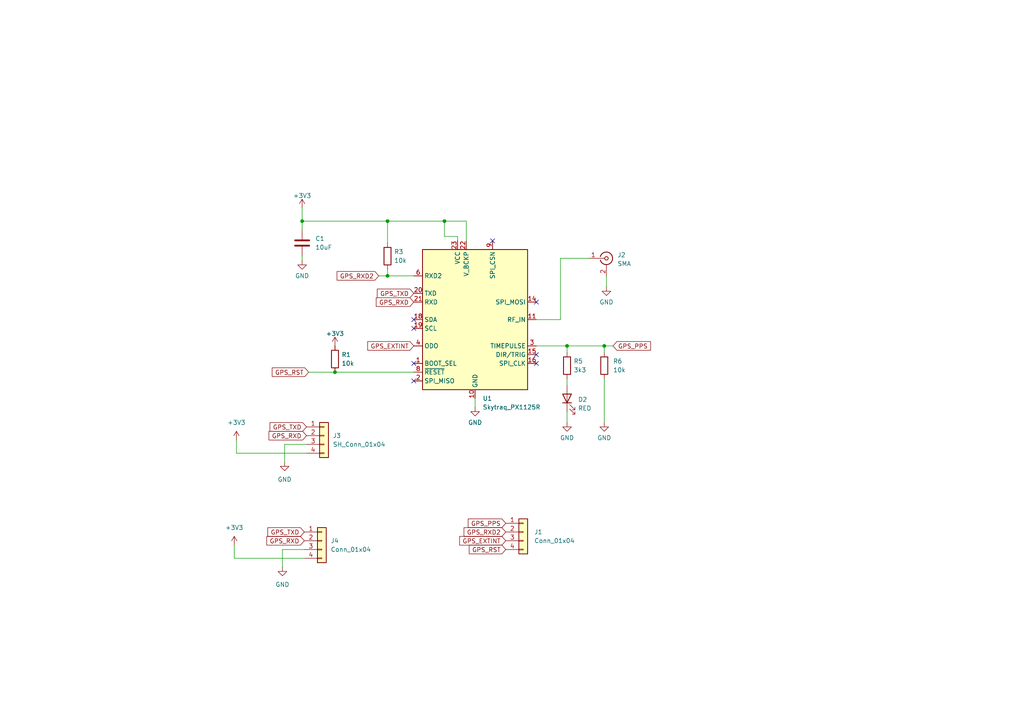
<source format=kicad_sch>
(kicad_sch (version 20231120) (generator "eeschema") (generator_version "8.0")
  (paper "A4")
  (lib_symbols
    (symbol "Connector:Conn_Coaxial" (pin_names (offset 1.016) hide)
      (property "Reference" "J" (at 0.254 3.048 0))
      (property "Value" "Conn_Coaxial" (at 2.921 0 90))
      (symbol "Conn_Coaxial_0_1"
        (arc (start -1.778 -0.508) (mid 0.2311 -1.8066) (end 1.778 0) (stroke (width 0.254)))
        (polyline (pts (xy -2.54 0) (xy -0.508 0)))
        (polyline (pts (xy 0 -2.54) (xy 0 -1.778)))
        (circle (center 0 0) (radius 0.508) (stroke (width 0.2032)))
        (arc (start 1.778 0) (mid 0.2099 1.8101) (end -1.778 0.508) (stroke (width 0.254)))
      )
      (symbol "Conn_Coaxial_1_1"
        (pin passive line (at -5.08 0 0) (length 2.54) (name "In") (number "1"))
        (pin passive line (at 0 -5.08 90) (length 2.54) (name "Ext") (number "2"))
      )
    )
    (symbol "Connector_Generic:Conn_01x04" (pin_names (offset 1.016) hide)
      (property "Reference" "J" (at 0 5.08 0))
      (property "Value" "Conn_01x04" (at 0 -7.62 0))
      (symbol "Conn_01x04_1_1"
        (rectangle (start -1.27 -4.953) (end 0 -5.207) (stroke (width 0.1524)))
        (rectangle (start -1.27 -2.413) (end 0 -2.667) (stroke (width 0.1524)))
        (rectangle (start -1.27 0.127) (end 0 -0.127) (stroke (width 0.1524)))
        (rectangle (start -1.27 2.667) (end 0 2.413) (stroke (width 0.1524)))
        (rectangle (start -1.27 3.81) (end 1.27 -6.35) (stroke (width 0.254)) (fill (type background)))
        (pin passive line (at -5.08 2.54 0) (length 3.81) (name "Pin_1") (number "1"))
        (pin passive line (at -5.08 0 0) (length 3.81) (name "Pin_2") (number "2"))
        (pin passive line (at -5.08 -2.54 0) (length 3.81) (name "Pin_3") (number "3"))
        (pin passive line (at -5.08 -5.08 0) (length 3.81) (name "Pin_4") (number "4"))
      )
    )
    (symbol "Device:C" (pin_numbers hide) (pin_names (offset 0.254))
      (property "Reference" "C" (at 0.635 2.54 0))
      (property "Value" "C" (at 0.635 -2.54 0))
      (symbol "C_0_1"
        (polyline (pts (xy -2.032 -0.762) (xy 2.032 -0.762)) (stroke (width 0.508)))
        (polyline (pts (xy -2.032 0.762) (xy 2.032 0.762)) (stroke (width 0.508)))
      )
      (symbol "C_1_1"
        (pin passive line (at 0 3.81 270) (length 2.794) (name "~") (number "1"))
        (pin passive line (at 0 -3.81 90) (length 2.794) (name "~") (number "2"))
      )
    )
    (symbol "Device:LED" (pin_numbers hide) (pin_names (offset 1.016) hide)
      (property "Reference" "D" (at 0 2.54 0))
      (property "Value" "LED" (at 0 -2.54 0))
      (symbol "LED_0_1"
        (polyline (pts (xy -1.27 -1.27) (xy -1.27 1.27)) (stroke (width 0.254)))
        (polyline (pts (xy -1.27 0) (xy 1.27 0)))
        (polyline (pts (xy 1.27 -1.27) (xy 1.27 1.27) (xy -1.27 0) (xy 1.27 -1.27)) (stroke (width 0.254)))
        (polyline (pts (xy -3.048 -0.762) (xy -4.572 -2.286) (xy -3.81 -2.286) (xy -4.572 -2.286) (xy -4.572 -1.524)))
        (polyline (pts (xy -1.778 -0.762) (xy -3.302 -2.286) (xy -2.54 -2.286) (xy -3.302 -2.286) (xy -3.302 -1.524)))
      )
      (symbol "LED_1_1"
        (pin passive line (at -3.81 0 0) (length 2.54) (name "K") (number "1"))
        (pin passive line (at 3.81 0 180) (length 2.54) (name "A") (number "2"))
      )
    )
    (symbol "Device:R" (pin_numbers hide) (pin_names (offset 0))
      (property "Reference" "R" (at 2.032 0 90))
      (property "Value" "R" (at 0 0 90))
      (symbol "R_0_1"
        (rectangle (start -1.016 -2.54) (end 1.016 2.54) (stroke (width 0.254)))
      )
      (symbol "R_1_1"
        (pin passive line (at 0 3.81 270) (length 1.27) (name "~") (number "1"))
        (pin passive line (at 0 -3.81 90) (length 1.27) (name "~") (number "2"))
      )
    )
    (symbol "MySymbols:Skytraq_PX1125R"
      (property "Reference" "U" (at -13.97 21.59 0))
      (property "Value" "Skytraq_PX1125R" (at -0.254 2.032 0))
      (symbol "Skytraq_PX1125R_0_1"
        (rectangle (start -15.24 20.32) (end 15.24 -20.32) (stroke (width 0.254)) (fill (type background)))
      )
      (symbol "Skytraq_PX1125R_1_1"
        (pin input line (at -17.78 -12.7 0) (length 2.54) (name "BOOT_SEL") (number "1"))
        (pin power_in line (at 0 -22.86 90) (length 2.54) (name "GND") (number "10"))
        (pin input line (at 17.78 0 180) (length 2.54) (name "RF_IN") (number "11"))
        (pin passive line (at 0 -22.86 90) (length 2.54) hide (name "GND") (number "12"))
        (pin passive line (at 0 -22.86 90) (length 2.54) hide (name "GND") (number "13"))
        (pin input line (at 17.78 5.08 180) (length 2.54) (name "SPI_MOSI") (number "14"))
        (pin bidirectional line (at 17.78 -10.16 180) (length 2.54) (name "DIR/TRIG") (number "15"))
        (pin input line (at 17.78 -12.7 180) (length 2.54) (name "SPI_CLK") (number "16"))
        (pin no_connect line (at 17.78 -17.78 180) (length 2.54) hide (name "RESERVED") (number "17"))
        (pin bidirectional line (at -17.78 0 0) (length 2.54) (name "SDA") (number "18"))
        (pin input line (at -17.78 -2.54 0) (length 2.54) (name "SCL") (number "19"))
        (pin output line (at -17.78 -17.78 0) (length 2.54) (name "SPI_MISO") (number "2"))
        (pin output line (at -17.78 7.62 0) (length 2.54) (name "TXD") (number "20"))
        (pin input line (at -17.78 5.08 0) (length 2.54) (name "RXD") (number "21"))
        (pin power_in line (at -2.54 22.86 270) (length 2.54) (name "V_BCKP") (number "22"))
        (pin power_in line (at -5.08 22.86 270) (length 2.54) (name "VCC") (number "23"))
        (pin passive line (at 0 -22.86 90) (length 2.54) hide (name "GND") (number "24"))
        (pin output line (at 17.78 -7.62 180) (length 2.54) (name "TIMEPULSE") (number "3"))
        (pin input line (at -17.78 -7.62 0) (length 2.54) (name "ODO") (number "4"))
        (pin no_connect line (at -17.78 15.24 0) (length 2.54) hide (name "NC") (number "5"))
        (pin input line (at -17.78 12.7 0) (length 2.54) (name "RXD2") (number "6"))
        (pin no_connect line (at 0 22.86 270) (length 2.54) hide (name "NC") (number "7"))
        (pin input line (at -17.78 -15.24 0) (length 2.54) (name "~{RESET}") (number "8"))
        (pin input line (at 5.08 22.86 270) (length 2.54) (name "SPI_CSN") (number "9"))
      )
    )
    (symbol "power:+3V3" (power) (pin_names (offset 0))
      (property "Value" "+3V3" (at 0 3.556 0))
      (symbol "+3V3_0_1"
        (polyline (pts (xy -0.762 1.27) (xy 0 2.54)))
        (polyline (pts (xy 0 0) (xy 0 2.54)))
        (polyline (pts (xy 0 2.54) (xy 0.762 1.27)))
      )
      (symbol "+3V3_1_1"
        (pin power_in line (at 0 0 90) (length 0) hide (name "+3V3") (number "1"))
      )
    )
    (symbol "power:GND" (power) (pin_names (offset 0))
      (property "Value" "GND" (at 0 -3.81 0))
      (symbol "GND_0_1"
        (polyline (pts (xy 0 0) (xy 0 -1.27) (xy 1.27 -1.27) (xy 0 -2.54) (xy -1.27 -1.27) (xy 0 -1.27)))
      )
      (symbol "GND_1_1"
        (pin power_in line (at 0 0 270) (length 0) hide (name "GND") (number "1"))
      )
    )
  )
  (junction (at 128.905 64.135))
  (junction (at 112.395 64.135))
  (junction (at 87.63 64.135))
  (junction (at 175.26 100.33))
  (junction (at 112.395 80.01))
  (junction (at 97.155 107.95))
  (junction (at 164.465 100.33))
  (no_connect (at 120.015 92.71))
  (no_connect (at 142.875 69.85))
  (no_connect (at 120.015 110.49))
  (no_connect (at 155.575 87.63))
  (no_connect (at 120.015 105.41))
  (no_connect (at 155.575 102.87))
  (no_connect (at 155.575 105.41))
  (no_connect (at 120.015 95.25))
  (wire (pts (xy 112.395 80.01) (xy 120.015 80.01)))
  (wire (pts (xy 87.63 64.135) (xy 87.63 66.675)))
  (wire (pts (xy 162.56 92.71) (xy 155.575 92.71)))
  (wire (pts (xy 162.56 74.93) (xy 162.56 92.71)))
  (wire (pts (xy 137.795 118.11) (xy 137.795 115.57)))
  (wire (pts (xy 164.465 109.855) (xy 164.465 111.76)))
  (wire (pts (xy 87.63 64.135) (xy 112.395 64.135)))
  (wire (pts (xy 175.26 100.33) (xy 175.26 102.235)))
  (wire (pts (xy 82.55 128.905) (xy 88.9 128.905)))
  (wire (pts (xy 128.905 68.58) (xy 132.715 68.58)))
  (wire (pts (xy 82.55 133.985) (xy 82.55 128.905)))
  (wire (pts (xy 87.63 60.325) (xy 87.63 64.135)))
  (wire (pts (xy 132.715 68.58) (xy 132.715 69.85)))
  (wire (pts (xy 81.915 164.465) (xy 81.915 159.385)))
  (wire (pts (xy 68.58 131.445) (xy 88.9 131.445)))
  (wire (pts (xy 68.58 127.635) (xy 68.58 131.445)))
  (wire (pts (xy 175.26 122.555) (xy 175.26 109.855)))
  (wire (pts (xy 164.465 119.38) (xy 164.465 122.555)))
  (wire (pts (xy 67.945 158.115) (xy 67.945 161.925)))
  (wire (pts (xy 164.465 100.33) (xy 164.465 102.235)))
  (wire (pts (xy 109.855 80.01) (xy 112.395 80.01)))
  (wire (pts (xy 135.255 64.135) (xy 135.255 69.85)))
  (wire (pts (xy 128.905 64.135) (xy 135.255 64.135)))
  (wire (pts (xy 175.26 100.33) (xy 164.465 100.33)))
  (wire (pts (xy 155.575 100.33) (xy 164.465 100.33)))
  (wire (pts (xy 175.895 83.185) (xy 175.895 80.01)))
  (wire (pts (xy 89.535 107.95) (xy 97.155 107.95)))
  (wire (pts (xy 112.395 64.135) (xy 112.395 70.485)))
  (wire (pts (xy 162.56 74.93) (xy 170.815 74.93)))
  (wire (pts (xy 87.63 74.295) (xy 87.63 75.565)))
  (wire (pts (xy 128.905 64.135) (xy 128.905 68.58)))
  (wire (pts (xy 67.945 161.925) (xy 88.265 161.925)))
  (wire (pts (xy 112.395 78.105) (xy 112.395 80.01)))
  (wire (pts (xy 97.155 107.95) (xy 120.015 107.95)))
  (wire (pts (xy 112.395 64.135) (xy 128.905 64.135)))
  (wire (pts (xy 177.8 100.33) (xy 175.26 100.33)))
  (wire (pts (xy 81.915 159.385) (xy 88.265 159.385)))
  (global_label "GPS_TXD" (shape input) (at 88.265 154.305 180) (property "Intersheetrefs" "${INTERSHEET_REFS}" (effects (hide yes))))
  (global_label "GPS_PPS" (shape input) (at 146.685 151.765 180) (property "Intersheetrefs" "${INTERSHEET_REFS}" (effects (hide yes))))
  (global_label "GPS_RST" (shape input) (at 146.685 159.385 180) (property "Intersheetrefs" "${INTERSHEET_REFS}" (effects (hide yes))))
  (global_label "GPS_RXD2" (shape input) (at 146.685 154.305 180) (property "Intersheetrefs" "${INTERSHEET_REFS}" (effects (hide yes))))
  (global_label "GPS_RXD" (shape input) (at 88.265 156.845 180) (property "Intersheetrefs" "${INTERSHEET_REFS}" (effects (hide yes))))
  (global_label "GPS_TXD" (shape input) (at 120.015 85.09 180) (property "Intersheetrefs" "${INTERSHEET_REFS}" (effects (hide yes))))
  (global_label "GPS_RXD" (shape input) (at 88.9 126.365 180) (property "Intersheetrefs" "${INTERSHEET_REFS}" (effects (hide yes))))
  (global_label "GPS_EXTINT" (shape input) (at 120.015 100.33 180) (property "Intersheetrefs" "${INTERSHEET_REFS}" (effects (hide yes))))
  (global_label "GPS_RXD" (shape input) (at 120.015 87.63 180) (property "Intersheetrefs" "${INTERSHEET_REFS}" (effects (hide yes))))
  (global_label "GPS_EXTINT" (shape input) (at 146.685 156.845 180) (property "Intersheetrefs" "${INTERSHEET_REFS}" (effects (hide yes))))
  (global_label "GPS_RXD2" (shape input) (at 109.855 80.01 180) (property "Intersheetrefs" "${INTERSHEET_REFS}" (effects (hide yes))))
  (global_label "GPS_RST" (shape input) (at 89.535 107.95 180) (property "Intersheetrefs" "${INTERSHEET_REFS}" (effects (hide yes))))
  (global_label "GPS_TXD" (shape input) (at 88.9 123.825 180) (property "Intersheetrefs" "${INTERSHEET_REFS}" (effects (hide yes))))
  (global_label "GPS_PPS" (shape input) (at 177.8 100.33 0) (property "Intersheetrefs" "${INTERSHEET_REFS}" (effects (hide yes))))
  (symbol (lib_id "power:GND") (at 175.895 83.185 0) (unit 1)
    (property "Reference" "#PWR011" (effects (hide yes)))
    (property "Value" "GND" (at 175.895 87.63 0))
  )
  (symbol (lib_id "Device:R") (at 97.155 104.14 180) (unit 1)
    (property "Reference" "R1" (at 99.06 102.8699 0) (effects (justify right)))
    (property "Value" "10k" (at 99.06 105.4099 0) (effects (justify right)))
    (property "Footprint" "Resistor_SMD:R_0805_2012Metric_Pad1.20x1.40mm_HandSolder" (effects (hide yes)))
  )
  (symbol (lib_id "Connector:Conn_Coaxial") (at 175.895 74.93 0) (unit 1)
    (property "Reference" "J2" (at 179.07 73.9531 0) (effects (justify left)))
    (property "Value" "SMA" (at 179.07 76.4931 0) (effects (justify left)))
    (property "Footprint" "Connector_Coaxial:SMA_Amphenol_901-143_Horizontal" (effects (hide yes)))
    (property "Datasheet" " ~" (effects (hide yes)))
  )
  (symbol (lib_id "power:+3V3") (at 87.63 60.325 0) (unit 1)
    (property "Reference" "#PWR02" (effects (hide yes)))
    (property "Value" "+3V3" (at 87.63 56.769 0))
  )
  (symbol (lib_id "power:GND") (at 137.795 118.11 0) (unit 1)
    (property "Reference" "#PWR07" (effects (hide yes)))
    (property "Value" "GND" (at 137.795 122.555 0))
  )
  (symbol (lib_id "power:GND") (at 175.26 122.555 0) (unit 1)
    (property "Reference" "#PWR010" (effects (hide yes)))
    (property "Value" "GND" (at 175.26 127 0))
  )
  (symbol (lib_id "Connector_Generic:Conn_01x04") (at 151.765 154.305 0) (unit 1)
    (property "Reference" "J1" (at 154.94 154.3049 0) (effects (justify left)))
    (property "Value" "Conn_01x04" (at 154.94 156.8449 0) (effects (justify left)))
    (property "Footprint" "Connector_PinHeader_2.54mm:PinHeader_1x04_P2.54mm_Vertical" (effects (hide yes)))
    (property "Description" "Generic connector, single row, 01x04, script generated (kicad-library-utils/schlib/autogen/connector/)" (effects (hide yes)))
  )
  (symbol (lib_id "power:GND") (at 87.63 75.565 0) (unit 1)
    (property "Reference" "#PWR03" (effects (hide yes)))
    (property "Value" "GND" (at 87.63 80.01 0))
  )
  (symbol (lib_id "power:GND") (at 82.55 133.985 0) (unit 1)
    (property "Reference" "#PWR012" (effects (hide yes)))
    (property "Value" "GND" (at 82.55 139.065 0))
  )
  (symbol (lib_id "power:GND") (at 81.915 164.465 0) (unit 1)
    (property "Reference" "#PWR04" (effects (hide yes)))
    (property "Value" "GND" (at 81.915 169.545 0))
  )
  (symbol (lib_id "power:GND") (at 164.465 122.555 0) (unit 1)
    (property "Reference" "#PWR09" (effects (hide yes)))
    (property "Value" "GND" (at 164.465 127 0))
  )
  (symbol (lib_id "power:+3V3") (at 67.945 158.115 0) (unit 1)
    (property "Reference" "#PWR01" (effects (hide yes)))
    (property "Value" "+3V3" (at 67.945 153.035 0))
  )
  (symbol (lib_id "Device:C") (at 87.63 70.485 180) (unit 1)
    (property "Reference" "C1" (at 91.44 69.2149 0) (effects (justify right)))
    (property "Value" "10uF" (at 91.44 71.7549 0) (effects (justify right)))
    (property "Footprint" "Capacitor_SMD:C_0805_2012Metric_Pad1.18x1.45mm_HandSolder" (effects (hide yes)))
    (property "LCSC" "C19702" (effects (hide yes)))
    (property "OriginalVal" "4u7/10V" (effects (hide yes)))
  )
  (symbol (lib_id "MySymbols:Skytraq_PX1125R") (at 137.795 92.71 0) (unit 1) (in_bom no)
    (property "Reference" "U1" (at 139.9891 115.57 0) (effects (justify left)))
    (property "Value" "Skytraq_PX1125R" (at 139.9891 118.11 0) (effects (justify left)))
    (property "Footprint" "RF_GPS:ublox_NEO" (effects (hide yes)))
    (property "Datasheet" "https://content.u-blox.com/sites/default/files/NEO-M8P_DataSheet_UBX-15016656.pdf" (effects (hide yes)))
    (property "Description" "Skytraq PX1125R RTK L1/L5" (effects (hide yes)))
  )
  (symbol (lib_id "power:+3V3") (at 68.58 127.635 0) (unit 1)
    (property "Reference" "#PWR08" (effects (hide yes)))
    (property "Value" "+3V3" (at 68.58 122.555 0))
  )
  (symbol (lib_id "Device:R") (at 164.465 106.045 0) (unit 1)
    (property "Reference" "R5" (at 166.37 104.7749 0) (effects (justify left)))
    (property "Value" "3k3" (at 166.37 107.3149 0) (effects (justify left)))
    (property "Footprint" "Resistor_SMD:R_0805_2012Metric_Pad1.20x1.40mm_HandSolder" (effects (hide yes)))
    (property "OriginalVal" "4k7" (effects (hide yes)))
  )
  (symbol (lib_id "Connector_Generic:Conn_01x04") (at 93.345 156.845 0) (unit 1)
    (property "Reference" "J4" (at 95.885 156.8449 0) (effects (justify left)))
    (property "Value" "Conn_01x04" (at 95.885 159.3849 0) (effects (justify left)))
    (property "Footprint" "Connector_PinHeader_2.54mm:PinHeader_1x04_P2.54mm_Vertical" (effects (hide yes)))
    (property "Description" "Generic connector, single row, 01x04, script generated (kicad-library-utils/schlib/autogen/connector/)" (effects (hide yes)))
  )
  (symbol (lib_id "Device:LED") (at 164.465 115.57 90) (unit 1)
    (property "Reference" "D2" (at 167.64 115.8874 90) (effects (justify right)))
    (property "Value" "RED" (at 167.64 118.4274 90) (effects (justify right)))
    (property "Footprint" "LED_SMD:LED_0805_2012Metric_Pad1.15x1.40mm_HandSolder" (effects (hide yes)))
  )
  (symbol (lib_id "power:+3V3") (at 97.155 100.33 0) (unit 1)
    (property "Reference" "#PWR06" (effects (hide yes)))
    (property "Value" "+3V3" (at 97.155 96.774 0))
  )
  (symbol (lib_id "Device:R") (at 175.26 106.045 180) (unit 1)
    (property "Reference" "R6" (at 177.8 104.7749 0) (effects (justify right)))
    (property "Value" "10k" (at 177.8 107.3149 0) (effects (justify right)))
    (property "Footprint" "Resistor_SMD:R_0805_2012Metric_Pad1.20x1.40mm_HandSolder" (effects (hide yes)))
  )
  (symbol (lib_id "Connector_Generic:Conn_01x04") (at 93.98 126.365 0) (unit 1)
    (property "Reference" "J3" (at 96.52 126.365 0) (effects (justify left)))
    (property "Value" "SH_Conn_01x04" (at 96.52 128.905 0) (effects (justify left)))
    (property "Footprint" "Connector_JST:JST_SH_SM04B-SRSS-TB_1x04-1MP_P1.00mm_Horizontal" (effects (hide yes)))
    (property "LCSC" "C3029343" (effects (hide yes)))
  )
  (symbol (lib_id "Device:R") (at 112.395 74.295 180) (unit 1)
    (property "Reference" "R3" (at 114.3 73.0249 0) (effects (justify right)))
    (property "Value" "10k" (at 114.3 75.5649 0) (effects (justify right)))
    (property "Footprint" "Resistor_SMD:R_0805_2012Metric_Pad1.20x1.40mm_HandSolder" (effects (hide yes)))
  )
)
</source>
